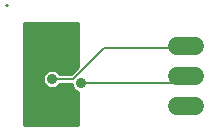
<source format=gbl>
G75*
%MOIN*%
%OFA0B0*%
%FSLAX25Y25*%
%IPPOS*%
%LPD*%
%AMOC8*
5,1,8,0,0,1.08239X$1,22.5*
%
%ADD10C,0.06000*%
%ADD11C,0.01000*%
%ADD12C,0.00600*%
%ADD13C,0.03500*%
D10*
X0058500Y0012750D02*
X0064500Y0012750D01*
X0064500Y0022750D02*
X0058500Y0022750D01*
X0058500Y0032750D02*
X0064500Y0032750D01*
D11*
X0007500Y0040500D02*
X0007500Y0006250D01*
X0025250Y0006250D01*
X0025250Y0017425D01*
X0024672Y0017664D01*
X0023814Y0018522D01*
X0023350Y0019643D01*
X0023350Y0020050D01*
X0019239Y0020050D01*
X0019186Y0019922D01*
X0018328Y0019064D01*
X0017207Y0018600D01*
X0015993Y0018600D01*
X0014872Y0019064D01*
X0014014Y0019922D01*
X0013550Y0021043D01*
X0013550Y0022257D01*
X0014014Y0023378D01*
X0014872Y0024236D01*
X0015993Y0024700D01*
X0017207Y0024700D01*
X0018328Y0024236D01*
X0019186Y0023378D01*
X0019239Y0023250D01*
X0022937Y0023250D01*
X0025250Y0025563D01*
X0025250Y0040500D01*
X0007500Y0040500D01*
X0007500Y0039695D02*
X0025250Y0039695D01*
X0025250Y0038696D02*
X0007500Y0038696D01*
X0007500Y0037698D02*
X0025250Y0037698D01*
X0025250Y0036699D02*
X0007500Y0036699D01*
X0007500Y0035701D02*
X0025250Y0035701D01*
X0025250Y0034702D02*
X0007500Y0034702D01*
X0007500Y0033704D02*
X0025250Y0033704D01*
X0025250Y0032705D02*
X0007500Y0032705D01*
X0007500Y0031707D02*
X0025250Y0031707D01*
X0025250Y0030708D02*
X0007500Y0030708D01*
X0007500Y0029710D02*
X0025250Y0029710D01*
X0025250Y0028711D02*
X0007500Y0028711D01*
X0007500Y0027713D02*
X0025250Y0027713D01*
X0025250Y0026714D02*
X0007500Y0026714D01*
X0007500Y0025716D02*
X0025250Y0025716D01*
X0024405Y0024717D02*
X0007500Y0024717D01*
X0007500Y0023719D02*
X0014355Y0023719D01*
X0013742Y0022720D02*
X0007500Y0022720D01*
X0007500Y0021722D02*
X0013550Y0021722D01*
X0013683Y0020723D02*
X0007500Y0020723D01*
X0007500Y0019725D02*
X0014212Y0019725D01*
X0015689Y0018726D02*
X0007500Y0018726D01*
X0007500Y0017728D02*
X0024609Y0017728D01*
X0025250Y0016729D02*
X0007500Y0016729D01*
X0007500Y0015731D02*
X0025250Y0015731D01*
X0025250Y0014732D02*
X0007500Y0014732D01*
X0007500Y0013734D02*
X0025250Y0013734D01*
X0025250Y0012735D02*
X0007500Y0012735D01*
X0007500Y0011737D02*
X0025250Y0011737D01*
X0025250Y0010738D02*
X0007500Y0010738D01*
X0007500Y0009740D02*
X0025250Y0009740D01*
X0025250Y0008741D02*
X0007500Y0008741D01*
X0007500Y0007743D02*
X0025250Y0007743D01*
X0025250Y0006744D02*
X0007500Y0006744D01*
X0017511Y0018726D02*
X0023730Y0018726D01*
X0023350Y0019725D02*
X0018988Y0019725D01*
X0018845Y0023719D02*
X0023406Y0023719D01*
X0001500Y0046450D02*
X0001500Y0046500D01*
X0001550Y0046500D01*
X0001500Y0046450D01*
D12*
X0023600Y0021650D02*
X0034100Y0032150D01*
X0061400Y0032150D01*
X0061500Y0032750D01*
X0061500Y0022750D02*
X0061400Y0022350D01*
X0059300Y0020250D01*
X0026400Y0020250D01*
X0023600Y0021650D02*
X0016600Y0021650D01*
D13*
X0016600Y0021650D03*
X0026400Y0020250D03*
M02*

</source>
